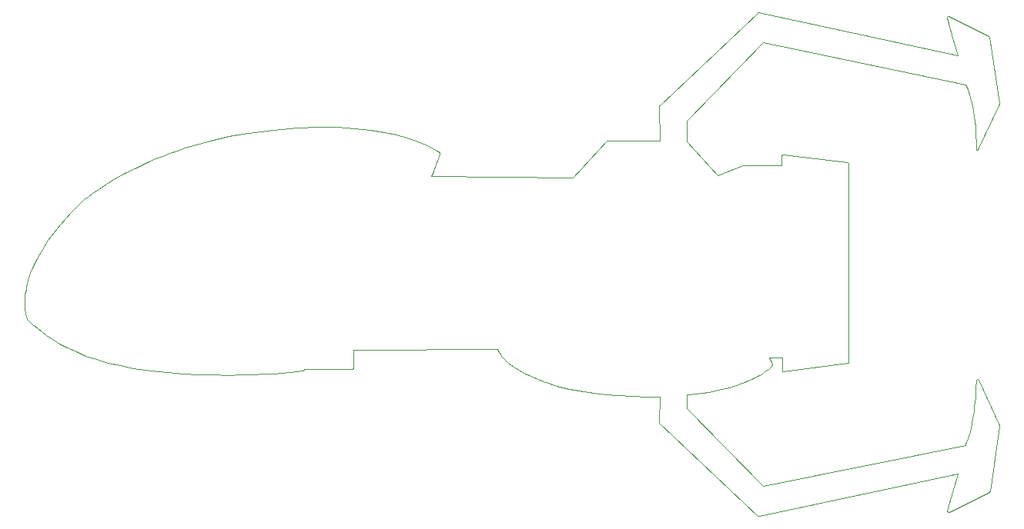
<source format=gm1>
%TF.GenerationSoftware,KiCad,Pcbnew,8.0.5*%
%TF.CreationDate,2025-03-05T17:25:15-08:00*%
%TF.ProjectId,portal-gun,706f7274-616c-42d6-9775-6e2e6b696361,rev?*%
%TF.SameCoordinates,Original*%
%TF.FileFunction,Profile,NP*%
%FSLAX46Y46*%
G04 Gerber Fmt 4.6, Leading zero omitted, Abs format (unit mm)*
G04 Created by KiCad (PCBNEW 8.0.5) date 2025-03-05 17:25:15*
%MOMM*%
%LPD*%
G01*
G04 APERTURE LIST*
%TA.AperFunction,Profile*%
%ADD10C,0.025400*%
%TD*%
G04 APERTURE END LIST*
D10*
X186467832Y-54231294D02*
X208408176Y-58907993D01*
X207830820Y-56960348D01*
X207830786Y-56960167D01*
X207830717Y-56959998D01*
X207396658Y-55480160D01*
X207396500Y-55479322D01*
X207396192Y-55478530D01*
X207208604Y-54805877D01*
X207206172Y-54792024D01*
X207205099Y-54788910D01*
X207205235Y-54786685D01*
X207204299Y-54781356D01*
X207206834Y-54760465D01*
X207208115Y-54739449D01*
X207209804Y-54735985D01*
X207210267Y-54732164D01*
X207220602Y-54713835D01*
X207229829Y-54694908D01*
X207232714Y-54692354D01*
X207234606Y-54688999D01*
X207251177Y-54676014D01*
X207266936Y-54662066D01*
X207270578Y-54660811D01*
X207273610Y-54658435D01*
X207293889Y-54652779D01*
X207313787Y-54645924D01*
X207317632Y-54646158D01*
X207321341Y-54645124D01*
X207342232Y-54647658D01*
X207363248Y-54648940D01*
X207368323Y-54650823D01*
X207370533Y-54651092D01*
X207373400Y-54652708D01*
X207386588Y-54657604D01*
X211768248Y-56793665D01*
X211789450Y-56806715D01*
X211796919Y-56815153D01*
X211806024Y-56821796D01*
X211813183Y-56833528D01*
X211822292Y-56843821D01*
X211825964Y-56854476D01*
X211831833Y-56864097D01*
X211838072Y-56888199D01*
X212977308Y-64172714D01*
X212978725Y-64197569D01*
X212975788Y-64209701D01*
X212975278Y-64222176D01*
X212967085Y-64245685D01*
X210644796Y-69262687D01*
X210635666Y-69278210D01*
X210634636Y-69280646D01*
X210633676Y-69281592D01*
X210632174Y-69284146D01*
X210615503Y-69299509D01*
X210599348Y-69315436D01*
X210597333Y-69316254D01*
X210595734Y-69317727D01*
X210574452Y-69325540D01*
X210553433Y-69334072D01*
X210551259Y-69334056D01*
X210549217Y-69334806D01*
X210526556Y-69333880D01*
X210503882Y-69333719D01*
X210501880Y-69332872D01*
X210499705Y-69332784D01*
X210479118Y-69323254D01*
X210458237Y-69314431D01*
X210456711Y-69312882D01*
X210454737Y-69311969D01*
X210439374Y-69295297D01*
X210423447Y-69279143D01*
X210422629Y-69277127D01*
X210421156Y-69275529D01*
X210413343Y-69254246D01*
X210404811Y-69233228D01*
X210404542Y-69230277D01*
X210404077Y-69229012D01*
X210404185Y-69226371D01*
X210402547Y-69208435D01*
X210407496Y-68513268D01*
X210384745Y-67738844D01*
X210358658Y-67272397D01*
X210319510Y-66762697D01*
X210264927Y-66218018D01*
X210192517Y-65646174D01*
X210099911Y-65055101D01*
X209984731Y-64452544D01*
X209844654Y-63846459D01*
X209677126Y-63243839D01*
X209582804Y-62947780D01*
X209480592Y-62654996D01*
X209370479Y-62367289D01*
X209277156Y-62145065D01*
X186987696Y-57495530D01*
X178626479Y-66106174D01*
X178621373Y-68450000D01*
X182000000Y-72175000D01*
X184750000Y-71075000D01*
X184875000Y-71050000D01*
X189025000Y-71075000D01*
X189029421Y-70017590D01*
X189031861Y-69992814D01*
X189034789Y-69985746D01*
X189035700Y-69978150D01*
X189044193Y-69963043D01*
X189050824Y-69947033D01*
X189056234Y-69941623D01*
X189059983Y-69934954D01*
X189073610Y-69924247D01*
X189085864Y-69911993D01*
X189092934Y-69909064D01*
X189098948Y-69904339D01*
X189115634Y-69899662D01*
X189131645Y-69893030D01*
X189139295Y-69893030D01*
X189146662Y-69890965D01*
X189171552Y-69891495D01*
X196291753Y-70745918D01*
X196298778Y-70747470D01*
X196301499Y-70747473D01*
X196304588Y-70748755D01*
X196316062Y-70751292D01*
X196331216Y-70759810D01*
X196347265Y-70766474D01*
X196352633Y-70771850D01*
X196359258Y-70775575D01*
X196369998Y-70789243D01*
X196382276Y-70801542D01*
X196385179Y-70808564D01*
X196389873Y-70814540D01*
X196394565Y-70831277D01*
X196401202Y-70847339D01*
X196402345Y-70859032D01*
X196403247Y-70862254D01*
X196402923Y-70864956D01*
X196403622Y-70872117D01*
X196385823Y-92731139D01*
X196385187Y-92737548D01*
X196385502Y-92740053D01*
X196384618Y-92743282D01*
X196383363Y-92755913D01*
X196376875Y-92771540D01*
X196372408Y-92787845D01*
X196367461Y-92794219D01*
X196364363Y-92801679D01*
X196352392Y-92813630D01*
X196342022Y-92826989D01*
X196335007Y-92830987D01*
X196329294Y-92836690D01*
X196313666Y-92843148D01*
X196298969Y-92851524D01*
X196286596Y-92854335D01*
X196283498Y-92855616D01*
X196280972Y-92855613D01*
X196274692Y-92857041D01*
X189207890Y-93747067D01*
X189183003Y-93747742D01*
X189175265Y-93745622D01*
X189167244Y-93745622D01*
X189151573Y-93739130D01*
X189135211Y-93734648D01*
X189128875Y-93729728D01*
X189121463Y-93726659D01*
X189109469Y-93714664D01*
X189096067Y-93704261D01*
X189092095Y-93697290D01*
X189086423Y-93691619D01*
X189079933Y-93675949D01*
X189071532Y-93661209D01*
X189070530Y-93653248D01*
X189067460Y-93645838D01*
X189065020Y-93621062D01*
X189065020Y-92235250D01*
X187676875Y-92237816D01*
X187899800Y-92690282D01*
X187904248Y-92702111D01*
X187908487Y-92713313D01*
X187984446Y-92994697D01*
X187985145Y-92998881D01*
X187985883Y-93000569D01*
X187985945Y-93003666D01*
X187988547Y-93019253D01*
X187986554Y-93034615D01*
X187986859Y-93050113D01*
X187983395Y-93058968D01*
X187982171Y-93068394D01*
X187974451Y-93081824D01*
X187968802Y-93096259D01*
X187959014Y-93108676D01*
X187957474Y-93111355D01*
X187956020Y-93112475D01*
X187953390Y-93115811D01*
X187801490Y-93273820D01*
X187797689Y-93277067D01*
X187794303Y-93280730D01*
X187591229Y-93461217D01*
X187587856Y-93463668D01*
X187584836Y-93466534D01*
X187285280Y-93699543D01*
X187282678Y-93701185D01*
X187280341Y-93703197D01*
X187091633Y-93835851D01*
X187089805Y-93836884D01*
X187088171Y-93838200D01*
X186872042Y-93979728D01*
X186870192Y-93980695D01*
X186868523Y-93981951D01*
X186623874Y-94130935D01*
X186622004Y-94131835D01*
X186620310Y-94133026D01*
X186346041Y-94288048D01*
X186344160Y-94288879D01*
X186342445Y-94290004D01*
X186037456Y-94449644D01*
X186035574Y-94450404D01*
X186033840Y-94451464D01*
X185697032Y-94614304D01*
X185695150Y-94614995D01*
X185693410Y-94615985D01*
X185323679Y-94780607D01*
X185321803Y-94781230D01*
X185320062Y-94782150D01*
X184916313Y-94947134D01*
X184914457Y-94947687D01*
X184912711Y-94948543D01*
X184473844Y-95112470D01*
X184472005Y-95112958D01*
X184470269Y-95113745D01*
X183995180Y-95275198D01*
X183993364Y-95275622D01*
X183991642Y-95276343D01*
X183479234Y-95433903D01*
X183477444Y-95434266D01*
X183475742Y-95434922D01*
X182924914Y-95587170D01*
X182923157Y-95587474D01*
X182921475Y-95588069D01*
X182331128Y-95733586D01*
X182329405Y-95733835D01*
X182327749Y-95734370D01*
X181696782Y-95871737D01*
X181695098Y-95871933D01*
X181693470Y-95872412D01*
X181020784Y-96000212D01*
X181019143Y-96000359D01*
X181017543Y-96000785D01*
X180302037Y-96117598D01*
X180300430Y-96117700D01*
X180298872Y-96118073D01*
X179539448Y-96222481D01*
X179537888Y-96222541D01*
X179536361Y-96222867D01*
X178731917Y-96313451D01*
X178730969Y-96313464D01*
X178730035Y-96313649D01*
X178633954Y-96323020D01*
X178620559Y-97028773D01*
X178613643Y-97590519D01*
X178614025Y-97771462D01*
X178615227Y-97790918D01*
X186989159Y-106358773D01*
X209220570Y-101862935D01*
X209289623Y-101735035D01*
X209380047Y-101539914D01*
X209549751Y-101092038D01*
X209701293Y-100586307D01*
X209835629Y-100034996D01*
X209953453Y-99451770D01*
X210055634Y-98850099D01*
X210143149Y-98243224D01*
X210216921Y-97645002D01*
X210327767Y-96524063D01*
X210396350Y-95594546D01*
X210441057Y-94724295D01*
X210442655Y-94713687D01*
X210442540Y-94710407D01*
X210443560Y-94707678D01*
X210444765Y-94699677D01*
X210453100Y-94682156D01*
X210459890Y-94663990D01*
X210463671Y-94659935D01*
X210466052Y-94654929D01*
X210480450Y-94641938D01*
X210493682Y-94627746D01*
X210498730Y-94625444D01*
X210502844Y-94621733D01*
X210521111Y-94615242D01*
X210538770Y-94607193D01*
X210544314Y-94606999D01*
X210549537Y-94605143D01*
X210568908Y-94606138D01*
X210588293Y-94605460D01*
X210593488Y-94607401D01*
X210599024Y-94607686D01*
X210616542Y-94616019D01*
X210634710Y-94622810D01*
X210638765Y-94626589D01*
X210643772Y-94628972D01*
X210656768Y-94643375D01*
X210670954Y-94656602D01*
X210675016Y-94663600D01*
X210676968Y-94665764D01*
X210678068Y-94668857D01*
X210683451Y-94678134D01*
X212979715Y-99715679D01*
X212987771Y-99739235D01*
X212988179Y-99750886D01*
X212991004Y-99762192D01*
X212989769Y-99787057D01*
X211921738Y-106960664D01*
X211915676Y-106984811D01*
X211909756Y-106994677D01*
X211906046Y-107005570D01*
X211897130Y-107015716D01*
X211890179Y-107027300D01*
X211880933Y-107034149D01*
X211873337Y-107042794D01*
X211852182Y-107055920D01*
X207437655Y-109227580D01*
X207424622Y-109232471D01*
X207421754Y-109234106D01*
X207419515Y-109234388D01*
X207414346Y-109236328D01*
X207393408Y-109237679D01*
X207372590Y-109240304D01*
X207368806Y-109239267D01*
X207364896Y-109239520D01*
X207345046Y-109232760D01*
X207324798Y-109227215D01*
X207321700Y-109224810D01*
X207317987Y-109223546D01*
X207302224Y-109209694D01*
X207285652Y-109196833D01*
X207283711Y-109193426D01*
X207280763Y-109190837D01*
X207271495Y-109171996D01*
X207261112Y-109153782D01*
X207260622Y-109149894D01*
X207258890Y-109146374D01*
X207257539Y-109125435D01*
X207254914Y-109104618D01*
X207255844Y-109099176D01*
X207255698Y-109096924D01*
X207256762Y-109093801D01*
X207259105Y-109080078D01*
X208378683Y-104991955D01*
X186546188Y-109700583D01*
X186521454Y-109703421D01*
X186509980Y-109701329D01*
X186498324Y-109701674D01*
X186485843Y-109696930D01*
X186472704Y-109694536D01*
X186462905Y-109688213D01*
X186452004Y-109684071D01*
X186432301Y-109668852D01*
X175573994Y-99433558D01*
X175557639Y-99414788D01*
X175556187Y-99411555D01*
X175553746Y-99408987D01*
X175546081Y-99389061D01*
X175537332Y-99369587D01*
X175537228Y-99366045D01*
X175535955Y-99362738D01*
X175534147Y-99337908D01*
X175606482Y-96499511D01*
X175030039Y-96509949D01*
X175028901Y-96509857D01*
X175027762Y-96509970D01*
X173981724Y-96510154D01*
X173980433Y-96510027D01*
X173979140Y-96510128D01*
X172881482Y-96487976D01*
X172879566Y-96487748D01*
X172877640Y-96487840D01*
X170826497Y-96384280D01*
X170823782Y-96383873D01*
X170821032Y-96383886D01*
X168947093Y-96207980D01*
X168944216Y-96207421D01*
X168941290Y-96207300D01*
X167238364Y-95968004D01*
X167235332Y-95967268D01*
X167232213Y-95966986D01*
X165694107Y-95673251D01*
X165690905Y-95672306D01*
X165687604Y-95671831D01*
X164308128Y-95332611D01*
X164304766Y-95331424D01*
X164301268Y-95330719D01*
X163074230Y-94954969D01*
X163070706Y-94953498D01*
X163067013Y-94952520D01*
X161986221Y-94549190D01*
X161982535Y-94547384D01*
X161978649Y-94546082D01*
X161037911Y-94124128D01*
X161034070Y-94121929D01*
X161029982Y-94120235D01*
X160223108Y-93688610D01*
X160219110Y-93685936D01*
X160214815Y-93683762D01*
X159535612Y-93251418D01*
X159531448Y-93248152D01*
X159526936Y-93245374D01*
X158969213Y-92821266D01*
X158964860Y-92817224D01*
X158960113Y-92813650D01*
X158517679Y-92406730D01*
X158513102Y-92401605D01*
X158508093Y-92396906D01*
X158174755Y-92016127D01*
X158169915Y-92009359D01*
X158164639Y-92002917D01*
X157934207Y-91657234D01*
X157933768Y-91656408D01*
X157933447Y-91656081D01*
X157928030Y-91645645D01*
X157922495Y-91635265D01*
X157922407Y-91634815D01*
X157921975Y-91633985D01*
X157794492Y-91315485D01*
X141966344Y-91385361D01*
X141966344Y-93324473D01*
X141964108Y-93347183D01*
X141964116Y-93348162D01*
X141963978Y-93348505D01*
X141963904Y-93349249D01*
X141954657Y-93371575D01*
X141945553Y-93394106D01*
X141945157Y-93394509D01*
X141944941Y-93395030D01*
X141927846Y-93412125D01*
X141910820Y-93429451D01*
X141910299Y-93429672D01*
X141909901Y-93430070D01*
X141887549Y-93439328D01*
X141865206Y-93448812D01*
X141864461Y-93448891D01*
X141864120Y-93449033D01*
X141863146Y-93449033D01*
X141840452Y-93451468D01*
X136566478Y-93497472D01*
X136442274Y-93633042D01*
X136432654Y-93641668D01*
X136430566Y-93644286D01*
X136428399Y-93645483D01*
X136423739Y-93649662D01*
X136405147Y-93658334D01*
X136387195Y-93668255D01*
X136381077Y-93669561D01*
X136378830Y-93670609D01*
X136375484Y-93670755D01*
X136362848Y-93673453D01*
X134891719Y-93839167D01*
X134889662Y-93839195D01*
X134887638Y-93839560D01*
X133165148Y-93977458D01*
X133163760Y-93977432D01*
X133162393Y-93977648D01*
X132088373Y-94040160D01*
X132087346Y-94040118D01*
X132086324Y-94040263D01*
X130883390Y-94090791D01*
X130882296Y-94090729D01*
X130881207Y-94090864D01*
X129559061Y-94123637D01*
X129557894Y-94123551D01*
X129556734Y-94123673D01*
X128125078Y-94132921D01*
X128123839Y-94132806D01*
X128122595Y-94132913D01*
X126591131Y-94112865D01*
X126589811Y-94112717D01*
X126588479Y-94112803D01*
X124966908Y-94057688D01*
X124965497Y-94057500D01*
X124964074Y-94057560D01*
X123262097Y-93961609D01*
X123260587Y-93961373D01*
X123259065Y-93961401D01*
X121486386Y-93818844D01*
X121484776Y-93818553D01*
X121483141Y-93818541D01*
X119649460Y-93623605D01*
X119647745Y-93623250D01*
X119645986Y-93623188D01*
X117761006Y-93370105D01*
X117758435Y-93369498D01*
X117755802Y-93369296D01*
X116285677Y-93109464D01*
X116282323Y-93108524D01*
X116278878Y-93108069D01*
X114916216Y-92789595D01*
X114912947Y-92788483D01*
X114909549Y-92787845D01*
X113652610Y-92421134D01*
X113649446Y-92419862D01*
X113646131Y-92419054D01*
X112493173Y-92014511D01*
X112490140Y-92013098D01*
X112486931Y-92012135D01*
X111436213Y-91580164D01*
X111433323Y-91578629D01*
X111430245Y-91577529D01*
X110480028Y-91128534D01*
X110477306Y-91126903D01*
X110474367Y-91125685D01*
X109622909Y-90670072D01*
X109620355Y-90668363D01*
X109617575Y-90667050D01*
X108863135Y-90215222D01*
X108860756Y-90213458D01*
X108858141Y-90212071D01*
X108198977Y-89774434D01*
X108196776Y-89772638D01*
X108194327Y-89771195D01*
X107628700Y-89358152D01*
X107625789Y-89355552D01*
X107622562Y-89353374D01*
X106764954Y-88642691D01*
X106760807Y-88638504D01*
X106756250Y-88634770D01*
X106086876Y-87966341D01*
X106071068Y-87947108D01*
X106067791Y-87939210D01*
X106062600Y-87932418D01*
X106053877Y-87909101D01*
X105910928Y-87371319D01*
X105909949Y-87365311D01*
X105908371Y-87359435D01*
X105818307Y-86815381D01*
X105817928Y-86809627D01*
X105816944Y-86803951D01*
X105776594Y-86255155D01*
X105776728Y-86249778D01*
X105776260Y-86244418D01*
X105776288Y-86241893D01*
X105782453Y-85692410D01*
X105782996Y-85687474D01*
X105782951Y-85682511D01*
X105832517Y-85128823D01*
X105833364Y-85124361D01*
X105833647Y-85119827D01*
X105923416Y-84565989D01*
X105924475Y-84561992D01*
X105924999Y-84557899D01*
X106051799Y-84005442D01*
X106052991Y-84001892D01*
X106053683Y-83998216D01*
X106214345Y-83448672D01*
X106215609Y-83445533D01*
X106216411Y-83442244D01*
X106407763Y-82897145D01*
X106409056Y-82894368D01*
X106409922Y-82891439D01*
X106628795Y-82352314D01*
X106630662Y-82348761D01*
X106632042Y-82344987D01*
X107139666Y-81290786D01*
X107142028Y-81286907D01*
X107143890Y-81282759D01*
X107723549Y-80270830D01*
X107725733Y-80267761D01*
X107727472Y-80264429D01*
X108353801Y-79307017D01*
X108355772Y-79304567D01*
X108357364Y-79301853D01*
X109005000Y-78411208D01*
X109006765Y-78409223D01*
X109008203Y-78406991D01*
X109651779Y-77595361D01*
X109653353Y-77593733D01*
X109654647Y-77591873D01*
X110268802Y-76871505D01*
X110270205Y-76870153D01*
X110271366Y-76868589D01*
X110830734Y-76251731D01*
X110832937Y-76249735D01*
X110834819Y-76247432D01*
X112017134Y-75060072D01*
X112021975Y-75056082D01*
X112026397Y-75051645D01*
X112332937Y-74799219D01*
X112334539Y-74798145D01*
X112335946Y-74796816D01*
X112715728Y-74502938D01*
X112717164Y-74502037D01*
X112718426Y-74500907D01*
X113246202Y-74114501D01*
X113247750Y-74113586D01*
X113249123Y-74112425D01*
X113922629Y-73647924D01*
X113924295Y-73647001D01*
X113925784Y-73645817D01*
X114742762Y-73117659D01*
X114744551Y-73116737D01*
X114746164Y-73115535D01*
X115704352Y-72538156D01*
X115706271Y-72537242D01*
X115708017Y-72536030D01*
X116805150Y-71923866D01*
X116807205Y-71922971D01*
X116809094Y-71921755D01*
X118042915Y-71289242D01*
X118044537Y-71288602D01*
X118046034Y-71287696D01*
X118713495Y-70968320D01*
X118714635Y-70967906D01*
X118715689Y-70967295D01*
X119416472Y-70648245D01*
X119417651Y-70647842D01*
X119418742Y-70647238D01*
X120152567Y-70330318D01*
X120153786Y-70329928D01*
X120154915Y-70329332D01*
X120921496Y-70016348D01*
X120922752Y-70015974D01*
X120923923Y-70015386D01*
X121722981Y-69708141D01*
X121724273Y-69707784D01*
X121725485Y-69707208D01*
X122556736Y-69407508D01*
X122558070Y-69407170D01*
X122559320Y-69406608D01*
X123422481Y-69116255D01*
X123423850Y-69115939D01*
X123425143Y-69115392D01*
X124319931Y-68836193D01*
X124321335Y-68835902D01*
X124322672Y-68835371D01*
X125248804Y-68569131D01*
X125250243Y-68568866D01*
X125251622Y-68568355D01*
X126208816Y-68316875D01*
X126210299Y-68316637D01*
X126211709Y-68316152D01*
X127199683Y-68081239D01*
X127201195Y-68081033D01*
X127202649Y-68080571D01*
X128221120Y-67864030D01*
X128222667Y-67863857D01*
X128224158Y-67863423D01*
X129272841Y-67667057D01*
X129274415Y-67666919D01*
X129275946Y-67666515D01*
X130354562Y-67492129D01*
X130356676Y-67491997D01*
X130358738Y-67491525D01*
X133133502Y-67137030D01*
X133136262Y-67136950D01*
X133138976Y-67136451D01*
X135688516Y-66922500D01*
X135691400Y-66922541D01*
X135694256Y-66922149D01*
X138024949Y-66832504D01*
X138027946Y-66832683D01*
X138030936Y-66832415D01*
X140149156Y-66850839D01*
X140152253Y-66851171D01*
X140155363Y-66851045D01*
X142067489Y-66961303D01*
X142070661Y-66961801D01*
X142073881Y-66961833D01*
X143786286Y-67147687D01*
X143789524Y-67148364D01*
X143792822Y-67148569D01*
X145311882Y-67393783D01*
X145315155Y-67394647D01*
X145318511Y-67395035D01*
X146650602Y-67683372D01*
X146653875Y-67684425D01*
X146657267Y-67685004D01*
X147808763Y-68000227D01*
X147812011Y-68001469D01*
X147815403Y-68002241D01*
X148792682Y-68328113D01*
X148795879Y-68329540D01*
X148799236Y-68330501D01*
X149608672Y-68650786D01*
X149611773Y-68652380D01*
X149615077Y-68653525D01*
X150263046Y-68951986D01*
X150267260Y-68954453D01*
X150271741Y-68956403D01*
X151108780Y-69422905D01*
X151113728Y-69426337D01*
X151118992Y-69429248D01*
X151386671Y-69613615D01*
X151405691Y-69629679D01*
X151409270Y-69635201D01*
X151414283Y-69639474D01*
X151422646Y-69655844D01*
X151432638Y-69671264D01*
X151433832Y-69677738D01*
X151436827Y-69683603D01*
X151438290Y-69701928D01*
X151441619Y-69719998D01*
X151440245Y-69726434D01*
X151440768Y-69732999D01*
X151435458Y-69757322D01*
X151273549Y-70257453D01*
X151272520Y-70259813D01*
X151271867Y-70262313D01*
X150745032Y-71689678D01*
X150744187Y-71691421D01*
X150743638Y-71693286D01*
X150523423Y-72238241D01*
X166078544Y-72375475D01*
X169806479Y-68347592D01*
X169825099Y-68331066D01*
X169827365Y-68330023D01*
X169829128Y-68328260D01*
X169849795Y-68319699D01*
X169870113Y-68310348D01*
X169872605Y-68310251D01*
X169874909Y-68309297D01*
X169899685Y-68306857D01*
X175600108Y-68306857D01*
X175568336Y-64565857D01*
X175570565Y-64541061D01*
X175571391Y-64539018D01*
X175571447Y-64536820D01*
X175580647Y-64516125D01*
X175589139Y-64495120D01*
X175590682Y-64493550D01*
X175591576Y-64491539D01*
X175607857Y-64472705D01*
X186353882Y-54263431D01*
X186373525Y-54248135D01*
X186384500Y-54243915D01*
X186394363Y-54237518D01*
X186407402Y-54235109D01*
X186419777Y-54230351D01*
X186431530Y-54230652D01*
X186443092Y-54228516D01*
X186467832Y-54231294D01*
M02*

</source>
